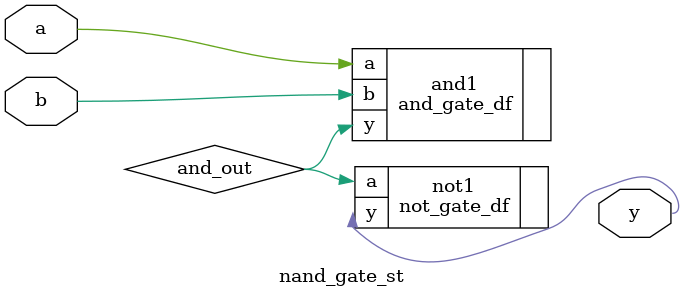
<source format=v>
module nand_gate_st (
    input a,
    input b,
    output y
);

    wire and_out;

    // Instantiate an AND gate
    and_gate_df and1 (
        .a(a),
        .b(b),
        .y(and_out)
    );

    // Instantiate a NOT gate to invert the AND output
    not_gate_df not1 (
        .a(and_out),
        .y(y)
    );

endmodule

</source>
